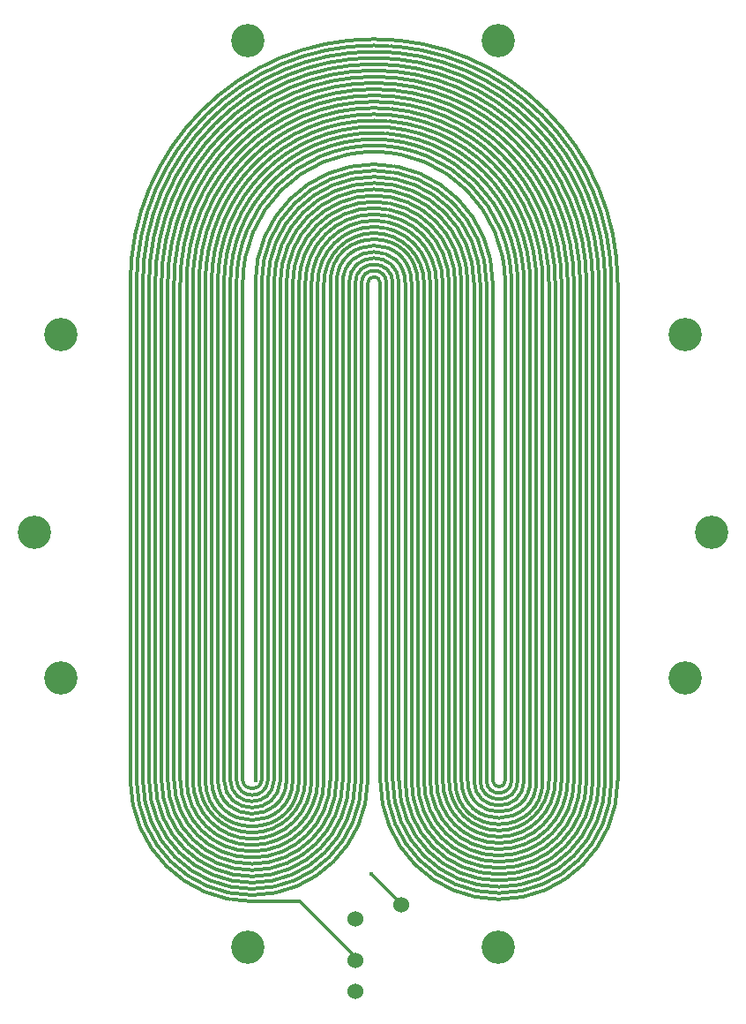
<source format=gtl>
G04*
G04 #@! TF.GenerationSoftware,Altium Limited,Altium Designer,24.2.2 (26)*
G04*
G04 Layer_Physical_Order=1*
G04 Layer_Color=255*
%FSLAX44Y44*%
%MOMM*%
G71*
G04*
G04 #@! TF.SameCoordinates,0453291D-A58D-48AD-B3C1-039DEE30D3E0*
G04*
G04*
G04 #@! TF.FilePolarity,Positive*
G04*
G01*
G75*
%ADD15C,0.3000*%
%ADD16C,1.5240*%
%ADD17C,3.2000*%
%ADD18C,0.4000*%
D15*
X793080Y478270D02*
G03*
X910175Y362266I117000J1000D01*
G01*
X1261080Y955270D02*
G03*
X793080Y955270I-234000J0D01*
G01*
X1255080D02*
G03*
X799080Y955270I-228000J0D01*
G01*
X1249080D02*
G03*
X805080Y955270I-222000J0D01*
G01*
X1243080D02*
G03*
X811080Y955270I-216000J0D01*
G01*
X1237080D02*
G03*
X817080Y955270I-210000J0D01*
G01*
X1231080D02*
G03*
X823080Y955270I-204000J0D01*
G01*
X1219080D02*
G03*
X835080Y955270I-192000J0D01*
G01*
X1213080D02*
G03*
X841080Y955270I-186000J0D01*
G01*
X1207080D02*
G03*
X847080Y955270I-180000J0D01*
G01*
X1201080D02*
G03*
X853080Y955270I-174000J0D01*
G01*
X1195080D02*
G03*
X859080Y955270I-168000J0D01*
G01*
X1189080D02*
G03*
X865080Y955270I-162000J0D01*
G01*
X1183080D02*
G03*
X871080Y955270I-156000J0D01*
G01*
X1177080D02*
G03*
X877080Y955270I-150000J0D01*
G01*
X1171080D02*
G03*
X883080Y955270I-144000J0D01*
G01*
X1165080D02*
G03*
X889080Y955270I-138000J0D01*
G01*
X1141080D02*
G03*
X913080Y955270I-114000J0D01*
G01*
X1135080D02*
G03*
X919080Y955270I-108000J0D01*
G01*
X1129080D02*
G03*
X925080Y955270I-102000J0D01*
G01*
X1123080D02*
G03*
X931080Y955270I-96000J0D01*
G01*
X1117080D02*
G03*
X937080Y955270I-90000J0D01*
G01*
X1111080D02*
G03*
X943080Y955270I-84000J0D01*
G01*
X1105080D02*
G03*
X949080Y955270I-78000J0D01*
G01*
X1099080D02*
G03*
X955080Y955270I-72000J0D01*
G01*
X1093080D02*
G03*
X961080Y955270I-66000J0D01*
G01*
X1087080D02*
G03*
X967080Y955270I-60000J0D01*
G01*
X1081080D02*
G03*
X973080Y955270I-54000J0D01*
G01*
X1075080D02*
G03*
X979080Y955270I-48000J0D01*
G01*
X1069080D02*
G03*
X985080Y955270I-42000J0D01*
G01*
X1063080D02*
G03*
X991080Y955270I-36000J0D01*
G01*
X1057080D02*
G03*
X997080Y955270I-30000J0D01*
G01*
X1051080D02*
G03*
X1003080Y955270I-24000J0D01*
G01*
X1045080D02*
G03*
X1009080Y955270I-18000J0D01*
G01*
X1039080D02*
G03*
X1015080Y955270I-12000J0D01*
G01*
X1033080D02*
G03*
X1021080Y955270I-6000J0D01*
G01*
X1159080D02*
G03*
X895080Y955270I-132000J0D01*
G01*
X1057080Y478270D02*
G03*
X1237080Y478270I90000J0D01*
G01*
X1063080D02*
G03*
X1231080Y478270I84000J0D01*
G01*
X1069080D02*
G03*
X1225080Y478270I78000J0D01*
G01*
X1075080D02*
G03*
X1219080Y478270I72000J0D01*
G01*
X1081080D02*
G03*
X1213080Y478270I66000J0D01*
G01*
X1087080D02*
G03*
X1207080Y478270I60000J0D01*
G01*
X1093080D02*
G03*
X1201080Y478270I54000J0D01*
G01*
X1099080D02*
G03*
X1195080Y478270I48000J0D01*
G01*
X1105080D02*
G03*
X1189080Y478270I42000J0D01*
G01*
X1111080D02*
G03*
X1183080Y478270I36000J0D01*
G01*
X1117080D02*
G03*
X1177080Y478270I30000J0D01*
G01*
X1123080D02*
G03*
X1171080Y478270I24000J0D01*
G01*
X1129080D02*
G03*
X1165080Y478270I18000J0D01*
G01*
X1135080D02*
G03*
X1159080Y478270I12000J0D01*
G01*
X1141080D02*
G03*
X1153080Y478270I6000J0D01*
G01*
X1225080Y955270D02*
G03*
X829080Y955270I-198000J0D01*
G01*
X1153080D02*
G03*
X901080Y955270I-126000J0D01*
G01*
X805080Y478270D02*
G03*
X1015080Y478270I105000J1000D01*
G01*
X811080D02*
G03*
X1009080Y478270I99000J1000D01*
G01*
X817080D02*
G03*
X1003080Y478270I93000J1000D01*
G01*
X823080D02*
G03*
X997080Y478270I87000J1000D01*
G01*
X829080D02*
G03*
X991080Y478270I81000J1000D01*
G01*
X835080D02*
G03*
X985080Y478270I75000J1000D01*
G01*
X841080D02*
G03*
X979080Y478270I69000J1000D01*
G01*
X847080D02*
G03*
X973080Y478270I63000J1000D01*
G01*
X853080D02*
G03*
X967080Y478270I57000J1000D01*
G01*
X859080D02*
G03*
X961080Y478270I51000J1000D01*
G01*
X865080D02*
G03*
X955080Y478270I45000J1000D01*
G01*
X871080D02*
G03*
X949080Y478270I39000J1000D01*
G01*
X877080D02*
G03*
X943080Y478270I33000J1000D01*
G01*
X883080D02*
G03*
X937080Y478270I27000J1000D01*
G01*
X889080D02*
G03*
X931080Y478270I21000J1000D01*
G01*
X895080D02*
G03*
X925080Y478270I15000J1000D01*
G01*
X901080D02*
G03*
X919080Y478270I9000J1000D01*
G01*
X1033080D02*
G03*
X1261080Y478270I114000J0D01*
G01*
X799080D02*
G03*
X1021080Y478270I111000J1000D01*
G01*
X1039080D02*
G03*
X1255080Y478270I108000J0D01*
G01*
X1045080D02*
G03*
X1249080Y478270I102000J0D01*
G01*
X1051080D02*
G03*
X1243080Y478270I96000J0D01*
G01*
X955994Y362266D02*
X1009100Y309160D01*
X910175Y362266D02*
X955994D01*
X1135080Y478270D02*
Y955270D01*
X1189080Y478270D02*
Y955270D01*
X1033080Y478270D02*
Y955270D01*
X1111080Y478270D02*
Y955270D01*
X1165080Y478270D02*
Y955270D01*
X1015080Y478270D02*
Y955270D01*
X967080Y478270D02*
Y955270D01*
X1063080Y478270D02*
Y955270D01*
X1213080Y478270D02*
Y955270D01*
X961080Y478270D02*
Y955270D01*
X1057080Y478270D02*
Y955270D01*
X1081080Y478270D02*
Y955270D01*
X1237080Y478270D02*
Y955270D01*
X889080Y478270D02*
Y955270D01*
X1129080Y478270D02*
Y955270D01*
X805080Y478270D02*
Y955270D01*
X883080Y478270D02*
Y955270D01*
X817080Y478270D02*
Y955270D01*
X1207080Y478270D02*
Y955270D01*
X991080Y478270D02*
Y955270D01*
X865080Y478270D02*
Y955270D01*
X1123080Y478270D02*
Y955270D01*
X1177080Y478270D02*
Y955270D01*
X877080Y478270D02*
Y955270D01*
X1231080Y478270D02*
Y955270D01*
X1009080Y478270D02*
Y955270D01*
X829080Y478270D02*
Y955270D01*
X1099080Y478270D02*
Y955270D01*
X1249080Y478270D02*
Y955270D01*
X1003080Y478270D02*
Y955270D01*
X979080Y478270D02*
Y955270D01*
X1075080Y478270D02*
Y955270D01*
X1051080Y478270D02*
Y955270D01*
X1183080Y478270D02*
Y955270D01*
X1225080Y478270D02*
Y955270D01*
X1201080Y478270D02*
Y955270D01*
X841080Y478270D02*
Y955270D01*
X811080Y478270D02*
Y955270D01*
X913080Y478270D02*
Y955270D01*
X1087080Y478270D02*
Y955270D01*
X859080Y478270D02*
Y955270D01*
X1039080Y478270D02*
Y955270D01*
X949080Y478270D02*
Y955270D01*
X925080Y478270D02*
Y955270D01*
X1219080Y478270D02*
Y955270D01*
X823080Y478270D02*
Y955270D01*
X943080Y478270D02*
Y955270D01*
X853080Y478270D02*
Y955270D01*
X985080Y478270D02*
Y955270D01*
X871080Y478270D02*
Y955270D01*
X1117080Y478270D02*
Y955270D01*
X1195080Y478270D02*
Y955270D01*
X1105080Y478270D02*
Y955270D01*
X931080Y478270D02*
Y955270D01*
X835080Y478270D02*
Y955270D01*
X937080Y478270D02*
Y955270D01*
X1093080Y478270D02*
Y955270D01*
X1171080Y478270D02*
Y955270D01*
X1141080Y478270D02*
Y955270D01*
X955080Y478270D02*
Y955270D01*
X997080Y478270D02*
Y955270D01*
X1159080Y478270D02*
Y955270D01*
X1045080Y478270D02*
Y955270D01*
X1069080Y478270D02*
Y955270D01*
X973080Y478270D02*
Y955270D01*
X847080Y478270D02*
Y955270D01*
X1243080Y478270D02*
Y955270D01*
X1261080Y478270D02*
Y955270D01*
X799080Y478270D02*
Y955270D01*
X1255080Y478270D02*
Y955270D01*
X901080Y478270D02*
Y955270D01*
X895080Y478270D02*
Y955270D01*
X919080Y478270D02*
Y955270D01*
X1153080Y478270D02*
Y955270D01*
X1021080Y478270D02*
X1021080Y955270D01*
X793080Y478270D02*
X793080Y955270D01*
X1051181Y361440D02*
X1052950D01*
X1024080Y388270D02*
X1024351D01*
X1051181Y361440D01*
D16*
X1009100Y275700D02*
D03*
Y345700D02*
D03*
X1053100Y358700D02*
D03*
X1009100Y305700D02*
D03*
D17*
X1146027Y318092D02*
D03*
X1326080Y576270D02*
D03*
X1351080Y716270D02*
D03*
X1326027Y906025D02*
D03*
X725980D02*
D03*
X701027Y716270D02*
D03*
X726027Y576270D02*
D03*
X906027Y318092D02*
D03*
X906025Y1187800D02*
D03*
X1146027D02*
D03*
D18*
X913080Y478270D02*
D03*
X1024080Y388270D02*
D03*
M02*

</source>
